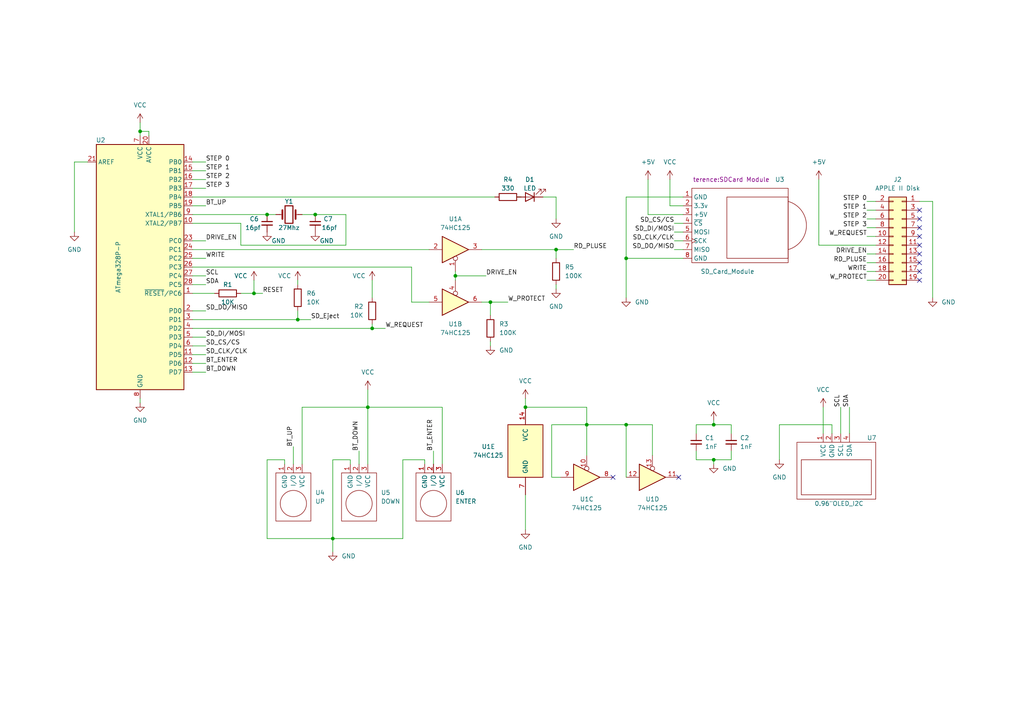
<source format=kicad_sch>
(kicad_sch (version 20211123) (generator eeschema)
  (paper "A4")
  (title_block (title "SDisk2 - Apple II Disk II Emulator") (date "2022-01-27") (rev "Rev 1") (comment 1 "(c) 2022 Terence Ang") (comment 2 "(c) 2012 Victor Trucco, (c) 2012 Fábio Belavenuto, (c) 2015 Alexandre Suaide") (comment 3 "additional authors - ") (comment 4 "Based on original works from (c) 2010 Koichi NISHIDA tulip-house@msf.biglobe.ne.jp"))
  (lib_symbols
    (symbol "74xx_IEEE:74HC125" (pin_names (offset 1.016))
      (property "Reference" "U" (at 0 1.27 0))
      (property "Value" "74HC125" (at 0 -1.27 0))
      (symbol "74HC125_1_0"
        (polyline (pts (xy -3.81 3.81) (xy -3.81 -3.81) (xy 3.81 0) (xy -3.81 3.81)) (stroke (width 0.254)) (fill (type background)))
        (pin input inverted (at 0 -6.35 90) (length 4.445) (name "~") (number "1"))
        (pin input line (at -7.62 0 0) (length 3.81) (name "~") (number "2"))
        (pin tri_state line (at 7.62 0 180) (length 3.81) (name "~") (number "3"))
      )
      (symbol "74HC125_2_0"
        (polyline (pts (xy -3.81 3.81) (xy -3.81 -3.81) (xy 3.81 0) (xy -3.81 3.81)) (stroke (width 0.254)) (fill (type background)))
        (pin input inverted (at 0 -6.35 90) (length 4.445) (name "~") (number "4"))
        (pin input line (at -7.62 0 0) (length 3.81) (name "~") (number "5"))
        (pin tri_state line (at 7.62 0 180) (length 3.81) (name "~") (number "6"))
      )
      (symbol "74HC125_3_0"
        (polyline (pts (xy -3.81 3.81) (xy -3.81 -3.81) (xy 3.81 0) (xy -3.81 3.81)) (stroke (width 0.254)) (fill (type background)))
        (pin input inverted (at 0 -6.35 90) (length 4.445) (name "~") (number "10"))
        (pin tri_state line (at 7.62 0 180) (length 3.81) (name "~") (number "8"))
        (pin input line (at -7.62 0 0) (length 3.81) (name "~") (number "9"))
      )
      (symbol "74HC125_4_0"
        (polyline (pts (xy -3.81 3.81) (xy -3.81 -3.81) (xy 3.81 0) (xy -3.81 3.81)) (stroke (width 0.254)) (fill (type background)))
        (pin tri_state line (at 7.62 0 180) (length 3.81) (name "~") (number "11"))
        (pin input line (at -7.62 0 0) (length 3.81) (name "~") (number "12"))
        (pin input inverted (at 0 -6.35 90) (length 4.445) (name "~") (number "13"))
      )
      (symbol "74HC125_5_0"
        (pin power_in line (at 0 12.7 270) (length 5.08) (name "VCC") (number "14"))
        (pin power_in line (at 0 -12.7 90) (length 5.08) (name "GND") (number "7"))
      )
      (symbol "74HC125_5_1"
        (rectangle (start -5.08 7.62) (end 5.08 -7.62) (stroke (width 0.254)) (fill (type background)))
      )
    )
    (symbol "Connector_Generic:Conn_02x10_Odd_Even" (pin_names (offset 1.016) hide)
      (property "Reference" "J" (at 1.27 12.7 0))
      (property "Value" "Conn_02x10_Odd_Even" (at 1.27 -15.24 0))
      (symbol "Conn_02x10_Odd_Even_1_1"
        (rectangle (start -1.27 -12.573) (end 0 -12.827) (stroke (width 0.1524)))
        (rectangle (start -1.27 -10.033) (end 0 -10.287) (stroke (width 0.1524)))
        (rectangle (start -1.27 -7.493) (end 0 -7.747) (stroke (width 0.1524)))
        (rectangle (start -1.27 -4.953) (end 0 -5.207) (stroke (width 0.1524)))
        (rectangle (start -1.27 -2.413) (end 0 -2.667) (stroke (width 0.1524)))
        (rectangle (start -1.27 0.127) (end 0 -0.127) (stroke (width 0.1524)))
        (rectangle (start -1.27 2.667) (end 0 2.413) (stroke (width 0.1524)))
        (rectangle (start -1.27 5.207) (end 0 4.953) (stroke (width 0.1524)))
        (rectangle (start -1.27 7.747) (end 0 7.493) (stroke (width 0.1524)))
        (rectangle (start -1.27 10.287) (end 0 10.033) (stroke (width 0.1524)))
        (rectangle (start -1.27 11.43) (end 3.81 -13.97) (stroke (width 0.254)) (fill (type background)))
        (rectangle (start 3.81 -12.573) (end 2.54 -12.827) (stroke (width 0.1524)))
        (rectangle (start 3.81 -10.033) (end 2.54 -10.287) (stroke (width 0.1524)))
        (rectangle (start 3.81 -7.493) (end 2.54 -7.747) (stroke (width 0.1524)))
        (rectangle (start 3.81 -4.953) (end 2.54 -5.207) (stroke (width 0.1524)))
        (rectangle (start 3.81 -2.413) (end 2.54 -2.667) (stroke (width 0.1524)))
        (rectangle (start 3.81 0.127) (end 2.54 -0.127) (stroke (width 0.1524)))
        (rectangle (start 3.81 2.667) (end 2.54 2.413) (stroke (width 0.1524)))
        (rectangle (start 3.81 5.207) (end 2.54 4.953) (stroke (width 0.1524)))
        (rectangle (start 3.81 7.747) (end 2.54 7.493) (stroke (width 0.1524)))
        (rectangle (start 3.81 10.287) (end 2.54 10.033) (stroke (width 0.1524)))
        (pin passive line (at -5.08 10.16 0) (length 3.81) (name "Pin_1") (number "1"))
        (pin passive line (at 7.62 0 180) (length 3.81) (name "Pin_10") (number "10"))
        (pin passive line (at -5.08 -2.54 0) (length 3.81) (name "Pin_11") (number "11"))
        (pin passive line (at 7.62 -2.54 180) (length 3.81) (name "Pin_12") (number "12"))
        (pin passive line (at -5.08 -5.08 0) (length 3.81) (name "Pin_13") (number "13"))
        (pin passive line (at 7.62 -5.08 180) (length 3.81) (name "Pin_14") (number "14"))
        (pin passive line (at -5.08 -7.62 0) (length 3.81) (name "Pin_15") (number "15"))
        (pin passive line (at 7.62 -7.62 180) (length 3.81) (name "Pin_16") (number "16"))
        (pin passive line (at -5.08 -10.16 0) (length 3.81) (name "Pin_17") (number "17"))
        (pin passive line (at 7.62 -10.16 180) (length 3.81) (name "Pin_18") (number "18"))
        (pin passive line (at -5.08 -12.7 0) (length 3.81) (name "Pin_19") (number "19"))
        (pin passive line (at 7.62 10.16 180) (length 3.81) (name "Pin_2") (number "2"))
        (pin passive line (at 7.62 -12.7 180) (length 3.81) (name "Pin_20") (number "20"))
        (pin passive line (at -5.08 7.62 0) (length 3.81) (name "Pin_3") (number "3"))
        (pin passive line (at 7.62 7.62 180) (length 3.81) (name "Pin_4") (number "4"))
        (pin passive line (at -5.08 5.08 0) (length 3.81) (name "Pin_5") (number "5"))
        (pin passive line (at 7.62 5.08 180) (length 3.81) (name "Pin_6") (number "6"))
        (pin passive line (at -5.08 2.54 0) (length 3.81) (name "Pin_7") (number "7"))
        (pin passive line (at 7.62 2.54 180) (length 3.81) (name "Pin_8") (number "8"))
        (pin passive line (at -5.08 0 0) (length 3.81) (name "Pin_9") (number "9"))
      )
    )
    (symbol "Device:C_Small" (pin_numbers hide) (pin_names (offset 0.254) hide)
      (property "Reference" "C" (at 0.254 1.778 0))
      (property "Value" "C_Small" (at 0.254 -2.032 0))
      (symbol "C_Small_0_1"
        (polyline (pts (xy -1.524 -0.508) (xy 1.524 -0.508)) (stroke (width 0.3302)))
        (polyline (pts (xy -1.524 0.508) (xy 1.524 0.508)) (stroke (width 0.3048)))
      )
      (symbol "C_Small_1_1"
        (pin passive line (at 0 2.54 270) (length 2.032) (name "~") (number "1"))
        (pin passive line (at 0 -2.54 90) (length 2.032) (name "~") (number "2"))
      )
    )
    (symbol "Device:Crystal" (pin_numbers hide) (pin_names (offset 1.016) hide)
      (property "Reference" "Y" (at 0 3.81 0))
      (property "Value" "Crystal" (at 0 -3.81 0))
      (symbol "Crystal_0_1"
        (rectangle (start -1.143 2.54) (end 1.143 -2.54) (stroke (width 0.3048)))
        (polyline (pts (xy -2.54 0) (xy -1.905 0)))
        (polyline (pts (xy -1.905 -1.27) (xy -1.905 1.27)) (stroke (width 0.508)))
        (polyline (pts (xy 1.905 -1.27) (xy 1.905 1.27)) (stroke (width 0.508)))
        (polyline (pts (xy 2.54 0) (xy 1.905 0)))
      )
      (symbol "Crystal_1_1"
        (pin passive line (at -3.81 0 0) (length 1.27) (name "1") (number "1"))
        (pin passive line (at 3.81 0 180) (length 1.27) (name "2") (number "2"))
      )
    )
    (symbol "Device:LED" (pin_numbers hide) (pin_names (offset 1.016) hide)
      (property "Reference" "D" (at 0 2.54 0))
      (property "Value" "LED" (at 0 -2.54 0))
      (symbol "LED_0_1"
        (polyline (pts (xy -1.27 -1.27) (xy -1.27 1.27)) (stroke (width 0.254)))
        (polyline (pts (xy -1.27 0) (xy 1.27 0)))
        (polyline (pts (xy 1.27 -1.27) (xy 1.27 1.27) (xy -1.27 0) (xy 1.27 -1.27)) (stroke (width 0.254)))
        (polyline (pts (xy -3.048 -0.762) (xy -4.572 -2.286) (xy -3.81 -2.286) (xy -4.572 -2.286) (xy -4.572 -1.524)))
        (polyline (pts (xy -1.778 -0.762) (xy -3.302 -2.286) (xy -2.54 -2.286) (xy -3.302 -2.286) (xy -3.302 -1.524)))
      )
      (symbol "LED_1_1"
        (pin passive line (at -3.81 0 0) (length 2.54) (name "K") (number "1"))
        (pin passive line (at 3.81 0 180) (length 2.54) (name "A") (number "2"))
      )
    )
    (symbol "Device:R" (pin_numbers hide) (pin_names (offset 0))
      (property "Reference" "R" (at 2.032 0 90))
      (property "Value" "R" (at 0 0 90))
      (symbol "R_0_1"
        (rectangle (start -1.016 -2.54) (end 1.016 2.54) (stroke (width 0.254)))
      )
      (symbol "R_1_1"
        (pin passive line (at 0 3.81 270) (length 1.27) (name "~") (number "1"))
        (pin passive line (at 0 -3.81 90) (length 1.27) (name "~") (number "2"))
      )
    )
    (symbol "MCU_Microchip_ATmega:ATmega328-P"
      (property "Reference" "U" (at -12.7 36.83 0))
      (property "Value" "ATmega328-P" (at 2.54 -36.83 0))
      (symbol "ATmega328-P_0_1"
        (rectangle (start -12.7 -35.56) (end 12.7 35.56) (stroke (width 0.254)) (fill (type background)))
      )
      (symbol "ATmega328-P_1_1"
        (pin bidirectional line (at 15.24 -7.62 180) (length 2.54) (name "~{RESET}/PC6") (number "1"))
        (pin bidirectional line (at 15.24 12.7 180) (length 2.54) (name "XTAL2/PB7") (number "10"))
        (pin bidirectional line (at 15.24 -25.4 180) (length 2.54) (name "PD5") (number "11"))
        (pin bidirectional line (at 15.24 -27.94 180) (length 2.54) (name "PD6") (number "12"))
        (pin bidirectional line (at 15.24 -30.48 180) (length 2.54) (name "PD7") (number "13"))
        (pin bidirectional line (at 15.24 30.48 180) (length 2.54) (name "PB0") (number "14"))
        (pin bidirectional line (at 15.24 27.94 180) (length 2.54) (name "PB1") (number "15"))
        (pin bidirectional line (at 15.24 25.4 180) (length 2.54) (name "PB2") (number "16"))
        (pin bidirectional line (at 15.24 22.86 180) (length 2.54) (name "PB3") (number "17"))
        (pin bidirectional line (at 15.24 20.32 180) (length 2.54) (name "PB4") (number "18"))
        (pin bidirectional line (at 15.24 17.78 180) (length 2.54) (name "PB5") (number "19"))
        (pin bidirectional line (at 15.24 -12.7 180) (length 2.54) (name "PD0") (number "2"))
        (pin power_in line (at 2.54 38.1 270) (length 2.54) (name "AVCC") (number "20"))
        (pin passive line (at -15.24 30.48 0) (length 2.54) (name "AREF") (number "21"))
        (pin passive line (at 0 -38.1 90) (length 2.54) hide (name "GND") (number "22"))
        (pin bidirectional line (at 15.24 7.62 180) (length 2.54) (name "PC0") (number "23"))
        (pin bidirectional line (at 15.24 5.08 180) (length 2.54) (name "PC1") (number "24"))
        (pin bidirectional line (at 15.24 2.54 180) (length 2.54) (name "PC2") (number "25"))
        (pin bidirectional line (at 15.24 0 180) (length 2.54) (name "PC3") (number "26"))
        (pin bidirectional line (at 15.24 -2.54 180) (length 2.54) (name "PC4") (number "27"))
        (pin bidirectional line (at 15.24 -5.08 180) (length 2.54) (name "PC5") (number "28"))
        (pin bidirectional line (at 15.24 -15.24 180) (length 2.54) (name "PD1") (number "3"))
        (pin bidirectional line (at 15.24 -17.78 180) (length 2.54) (name "PD2") (number "4"))
        (pin bidirectional line (at 15.24 -20.32 180) (length 2.54) (name "PD3") (number "5"))
        (pin bidirectional line (at 15.24 -22.86 180) (length 2.54) (name "PD4") (number "6"))
        (pin power_in line (at 0 38.1 270) (length 2.54) (name "VCC") (number "7"))
        (pin power_in line (at 0 -38.1 90) (length 2.54) (name "GND") (number "8"))
        (pin bidirectional line (at 15.24 15.24 180) (length 2.54) (name "XTAL1/PB6") (number "9"))
      )
    )
    (symbol "TP223_1"
      (property "Reference" "U?" (at 6.35 -6.9849 0))
      (property "Value" "TP223_1" (at 6.35 -9.5249 0))
      (symbol "TP223_1_0_1"
        (rectangle (start -5.08 -1.27) (end 5.08 -15.24))
        (circle (center 0 -10.16) (radius 3.81))
      )
      (symbol "TP223_1_1_1"
        (pin power_in line (at -2.54 1.27 270) (length 2.54) (name "GND") (number "1"))
        (pin output line (at 0 1.27 270) (length 2.54) (name "I/O") (number "2"))
        (pin output line (at 2.54 1.27 270) (length 2.54) (name "VCC") (number "3"))
      )
    )
    (symbol "TP223_2"
      (property "Reference" "U?" (at 6.35 -6.9849 0))
      (property "Value" "TP223_2" (at 6.35 -9.5249 0))
      (symbol "TP223_2_0_1"
        (rectangle (start -5.08 -1.27) (end 5.08 -15.24))
        (circle (center 0 -10.16) (radius 3.81))
      )
      (symbol "TP223_2_1_1"
        (pin power_in line (at -2.54 1.27 270) (length 2.54) (name "GND") (number "1"))
        (pin output line (at 0 1.27 270) (length 2.54) (name "I/O") (number "2"))
        (pin output line (at 2.54 1.27 270) (length 2.54) (name "VCC") (number "3"))
      )
    )
    (symbol "power:+5V" (power) (pin_names (offset 0))
      (property "Value" "+5V" (at 0 3.556 0))
      (symbol "+5V_0_1"
        (polyline (pts (xy -0.762 1.27) (xy 0 2.54)))
        (polyline (pts (xy 0 0) (xy 0 2.54)))
        (polyline (pts (xy 0 2.54) (xy 0.762 1.27)))
      )
      (symbol "+5V_1_1"
        (pin power_in line (at 0 0 90) (length 0) hide (name "+5V") (number "1"))
      )
    )
    (symbol "power:GND" (power) (pin_names (offset 0))
      (property "Value" "GND" (at 0 -3.81 0))
      (symbol "GND_0_1"
        (polyline (pts (xy 0 0) (xy 0 -1.27) (xy 1.27 -1.27) (xy 0 -2.54) (xy -1.27 -1.27) (xy 0 -1.27)))
      )
      (symbol "GND_1_1"
        (pin power_in line (at 0 0 270) (length 0) hide (name "GND") (number "1"))
      )
    )
    (symbol "power:VCC" (power) (pin_names (offset 0))
      (property "Value" "VCC" (at 0 3.81 0))
      (symbol "VCC_0_1"
        (polyline (pts (xy -0.762 1.27) (xy 0 2.54)))
        (polyline (pts (xy 0 0) (xy 0 2.54)))
        (polyline (pts (xy 0 2.54) (xy 0.762 1.27)))
      )
      (symbol "VCC_1_1"
        (pin power_in line (at 0 0 90) (length 0) hide (name "VCC") (number "1"))
      )
    )
    (symbol "terence:0.96{dblquote}OLED_I2C"
      (property "Reference" "U" (at 1.27 1.27 0))
      (property "Value" "0.96{dblquote}OLED_I2C" (at 11.43 -19.05 0))
      (symbol "0.96{dblquote}OLED_I2C_0_1"
        (rectangle (start 0 0) (end 22.86 -16.51))
        (rectangle (start 1.27 -5.08) (end 21.59 -15.24))
      )
      (symbol "0.96{dblquote}OLED_I2C_1_1"
        (pin power_in line (at 7.62 2.54 270) (length 2.54) (name "VCC") (number "1"))
        (pin power_in line (at 10.16 2.54 270) (length 2.54) (name "GND") (number "2"))
        (pin power_in line (at 12.7 2.54 270) (length 2.54) (name "SCL") (number "3"))
        (pin power_in line (at 15.24 2.54 270) (length 2.54) (name "SDA") (number "4"))
      )
    )
    (symbol "terence:SD_Card_Module"
      (property "Reference" "U" (at -10.16 -1.27 0))
      (property "Value" "SD_Card_Module" (at 3.81 -1.27 0))
      (symbol "SD_Card_Module_0_1"
        (rectangle (start -11.43 -2.54) (end 16.51 -24.13))
        (rectangle (start -1.27 -5.08) (end 16.51 -22.86))
        (arc (start 16.51 -20.32) (mid 25.7169 -13.335) (end 16.51 -6.35))
      )
      (symbol "SD_Card_Module_1_1"
        (pin power_in line (at -13.97 -5.08 0) (length 2.54) (name "GND") (number "1"))
        (pin power_in line (at -13.97 -7.62 0) (length 2.54) (name "3.3v") (number "2"))
        (pin power_in line (at -13.97 -10.16 0) (length 2.54) (name "+5V") (number "3"))
        (pin input line (at -13.97 -12.7 0) (length 2.54) (name "~{CS}") (number "4"))
        (pin output line (at -13.97 -15.24 0) (length 2.54) (name "MOSI") (number "5"))
        (pin input clock (at -13.97 -17.78 0) (length 2.54) (name "SCK") (number "6"))
        (pin input line (at -13.97 -20.32 0) (length 2.54) (name "MISO") (number "7"))
        (pin power_in line (at -13.97 -22.86 0) (length 2.54) (name "GND") (number "8"))
      )
    )
    (symbol "terence:TP223"
      (property "Reference" "U?" (at 6.35 -6.9849 0))
      (property "Value" "TP223" (at 6.35 -9.5249 0))
      (symbol "TP223_0_1"
        (rectangle (start -5.08 -1.27) (end 5.08 -15.24))
        (circle (center 0 -10.16) (radius 3.81))
      )
      (symbol "TP223_1_1"
        (pin power_in line (at -2.54 1.27 270) (length 2.54) (name "GND") (number "1"))
        (pin output line (at 0 1.27 270) (length 2.54) (name "I/O") (number "2"))
        (pin output line (at 2.54 1.27 270) (length 2.54) (name "VCC") (number "3"))
      )
    )
  )
  (junction (at 132.08 80.01))
  (junction (at 181.61 74.93))
  (junction (at 170.18 123.19))
  (junction (at 152.4 118.11))
  (junction (at 86.36 92.71))
  (junction (at 181.61 123.19))
  (junction (at 207.01 123.19))
  (junction (at 107.95 95.25))
  (junction (at 106.68 118.11))
  (junction (at 77.47 62.23))
  (junction (at 96.52 156.21))
  (junction (at 40.64 38.1))
  (junction (at 91.44 62.23))
  (junction (at 142.24 87.63))
  (junction (at 161.29 72.39))
  (junction (at 207.01 133.35))
  (junction (at 73.66 85.09))
  (no_connect (at 177.8 138.43))
  (no_connect (at 196.85 138.43))
  (no_connect (at 266.7 73.66))
  (no_connect (at 266.7 76.2))
  (no_connect (at 266.7 78.74))
  (no_connect (at 266.7 81.28))
  (no_connect (at 266.7 60.96))
  (no_connect (at 266.7 68.58))
  (no_connect (at 266.7 71.12))
  (no_connect (at 266.7 66.04))
  (no_connect (at 266.7 63.5))
  (wire (pts (xy 55.88 95.25) (xy 107.95 95.25)))
  (wire (pts (xy 201.93 123.19) (xy 201.93 125.73)))
  (wire (pts (xy 82.55 133.35) (xy 77.47 133.35)))
  (wire (pts (xy 181.61 74.93) (xy 181.61 86.36)))
  (wire (pts (xy 55.88 107.95) (xy 59.69 107.95)))
  (wire (pts (xy 226.06 123.19) (xy 226.06 133.35)))
  (wire (pts (xy 55.88 85.09) (xy 62.23 85.09)))
  (wire (pts (xy 116.84 156.21) (xy 96.52 156.21)))
  (wire (pts (xy 251.46 66.04) (xy 254 66.04)))
  (wire (pts (xy 170.18 118.11) (xy 152.4 118.11)))
  (wire (pts (xy 195.58 72.39) (xy 198.12 72.39)))
  (wire (pts (xy 237.49 71.12) (xy 254 71.12)))
  (wire (pts (xy 69.85 64.77) (xy 69.85 71.12)))
  (wire (pts (xy 21.59 46.99) (xy 25.4 46.99)))
  (wire (pts (xy 86.36 92.71) (xy 90.17 92.71)))
  (wire (pts (xy 100.33 71.12) (xy 100.33 62.23)))
  (wire (pts (xy 152.4 115.57) (xy 152.4 118.11)))
  (wire (pts (xy 198.12 74.93) (xy 181.61 74.93)))
  (wire (pts (xy 85.09 129.54) (xy 85.09 134.62)))
  (wire (pts (xy 189.23 123.19) (xy 189.23 132.08)))
  (wire (pts (xy 181.61 123.19) (xy 189.23 123.19)))
  (wire (pts (xy 212.09 123.19) (xy 212.09 125.73)))
  (wire (pts (xy 87.63 118.11) (xy 106.68 118.11)))
  (wire (pts (xy 55.88 69.85) (xy 59.69 69.85)))
  (wire (pts (xy 238.76 118.11) (xy 238.76 125.73)))
  (wire (pts (xy 251.46 68.58) (xy 254 68.58)))
  (wire (pts (xy 96.52 133.35) (xy 96.52 156.21)))
  (wire (pts (xy 241.3 123.19) (xy 226.06 123.19)))
  (wire (pts (xy 207.01 123.19) (xy 212.09 123.19)))
  (wire (pts (xy 55.88 57.15) (xy 143.51 57.15)))
  (wire (pts (xy 55.88 102.87) (xy 59.69 102.87)))
  (wire (pts (xy 142.24 99.06) (xy 142.24 100.33)))
  (wire (pts (xy 116.84 133.35) (xy 116.84 156.21)))
  (wire (pts (xy 106.68 134.62) (xy 106.68 118.11)))
  (wire (pts (xy 55.88 62.23) (xy 77.47 62.23)))
  (wire (pts (xy 201.93 130.81) (xy 201.93 133.35)))
  (wire (pts (xy 55.88 100.33) (xy 59.69 100.33)))
  (wire (pts (xy 132.08 78.74) (xy 132.08 80.01)))
  (wire (pts (xy 55.88 80.01) (xy 59.69 80.01)))
  (wire (pts (xy 91.44 62.23) (xy 87.63 62.23)))
  (wire (pts (xy 107.95 93.98) (xy 107.95 95.25)))
  (wire (pts (xy 55.88 52.07) (xy 59.69 52.07)))
  (wire (pts (xy 237.49 52.07) (xy 237.49 71.12)))
  (wire (pts (xy 40.64 35.56) (xy 40.64 38.1)))
  (wire (pts (xy 160.02 138.43) (xy 160.02 123.19)))
  (wire (pts (xy 107.95 81.28) (xy 107.95 86.36)))
  (wire (pts (xy 123.19 133.35) (xy 116.84 133.35)))
  (wire (pts (xy 55.88 97.79) (xy 59.69 97.79)))
  (wire (pts (xy 86.36 90.17) (xy 86.36 92.71)))
  (wire (pts (xy 91.44 62.23) (xy 100.33 62.23)))
  (wire (pts (xy 198.12 57.15) (xy 181.61 57.15)))
  (wire (pts (xy 123.19 134.62) (xy 123.19 133.35)))
  (wire (pts (xy 55.88 105.41) (xy 59.69 105.41)))
  (wire (pts (xy 55.88 46.99) (xy 59.69 46.99)))
  (wire (pts (xy 40.64 115.57) (xy 40.64 116.84)))
  (wire (pts (xy 86.36 81.28) (xy 86.36 82.55)))
  (wire (pts (xy 77.47 62.23) (xy 80.01 62.23)))
  (wire (pts (xy 55.88 77.47) (xy 119.38 77.47)))
  (wire (pts (xy 101.6 133.35) (xy 101.6 134.62)))
  (wire (pts (xy 160.02 123.19) (xy 170.18 123.19)))
  (wire (pts (xy 142.24 87.63) (xy 142.24 91.44)))
  (wire (pts (xy 43.18 38.1) (xy 40.64 38.1)))
  (wire (pts (xy 55.88 92.71) (xy 86.36 92.71)))
  (wire (pts (xy 55.88 54.61) (xy 59.69 54.61)))
  (wire (pts (xy 73.66 81.28) (xy 73.66 85.09)))
  (wire (pts (xy 181.61 57.15) (xy 181.61 74.93)))
  (wire (pts (xy 119.38 87.63) (xy 124.46 87.63)))
  (wire (pts (xy 157.48 57.15) (xy 161.29 57.15)))
  (wire (pts (xy 207.01 121.92) (xy 207.01 123.19)))
  (wire (pts (xy 162.56 138.43) (xy 160.02 138.43)))
  (wire (pts (xy 207.01 133.35) (xy 201.93 133.35)))
  (wire (pts (xy 55.88 49.53) (xy 59.69 49.53)))
  (wire (pts (xy 251.46 58.42) (xy 254 58.42)))
  (wire (pts (xy 132.08 80.01) (xy 140.97 80.01)))
  (wire (pts (xy 170.18 123.19) (xy 170.18 118.11)))
  (wire (pts (xy 55.88 82.55) (xy 59.69 82.55)))
  (wire (pts (xy 151.13 57.15) (xy 149.86 57.15)))
  (wire (pts (xy 212.09 130.81) (xy 212.09 133.35)))
  (wire (pts (xy 270.51 58.42) (xy 270.51 86.36)))
  (wire (pts (xy 246.38 118.11) (xy 246.38 125.73)))
  (wire (pts (xy 195.58 67.31) (xy 198.12 67.31)))
  (wire (pts (xy 40.64 38.1) (xy 40.64 39.37)))
  (wire (pts (xy 82.55 133.35) (xy 82.55 134.62)))
  (wire (pts (xy 195.58 64.77) (xy 198.12 64.77)))
  (wire (pts (xy 73.66 85.09) (xy 76.2 85.09)))
  (wire (pts (xy 187.96 62.23) (xy 198.12 62.23)))
  (wire (pts (xy 119.38 87.63) (xy 119.38 77.47)))
  (wire (pts (xy 187.96 52.07) (xy 187.96 62.23)))
  (wire (pts (xy 251.46 60.96) (xy 254 60.96)))
  (wire (pts (xy 139.7 87.63) (xy 142.24 87.63)))
  (wire (pts (xy 161.29 72.39) (xy 166.37 72.39)))
  (wire (pts (xy 55.88 72.39) (xy 124.46 72.39)))
  (wire (pts (xy 266.7 58.42) (xy 270.51 58.42)))
  (wire (pts (xy 170.18 123.19) (xy 181.61 123.19)))
  (wire (pts (xy 241.3 125.73) (xy 241.3 123.19)))
  (wire (pts (xy 87.63 134.62) (xy 87.63 118.11)))
  (wire (pts (xy 104.14 130.81) (xy 104.14 134.62)))
  (wire (pts (xy 77.47 156.21) (xy 96.52 156.21)))
  (wire (pts (xy 207.01 133.35) (xy 207.01 134.62)))
  (wire (pts (xy 161.29 82.55) (xy 161.29 83.82)))
  (wire (pts (xy 101.6 133.35) (xy 96.52 133.35)))
  (wire (pts (xy 251.46 76.2) (xy 254 76.2)))
  (wire (pts (xy 142.24 87.63) (xy 147.32 87.63)))
  (wire (pts (xy 161.29 72.39) (xy 161.29 74.93)))
  (wire (pts (xy 55.88 59.69) (xy 59.69 59.69)))
  (wire (pts (xy 251.46 81.28) (xy 254 81.28)))
  (wire (pts (xy 43.18 39.37) (xy 43.18 38.1)))
  (wire (pts (xy 243.84 118.11) (xy 243.84 125.73)))
  (wire (pts (xy 128.27 134.62) (xy 128.27 118.11)))
  (wire (pts (xy 69.85 71.12) (xy 100.33 71.12)))
  (wire (pts (xy 161.29 57.15) (xy 161.29 63.5)))
  (wire (pts (xy 96.52 156.21) (xy 96.52 160.02)))
  (wire (pts (xy 106.68 118.11) (xy 106.68 113.03)))
  (wire (pts (xy 181.61 138.43) (xy 181.61 123.19)))
  (wire (pts (xy 77.47 133.35) (xy 77.47 156.21)))
  (wire (pts (xy 107.95 95.25) (xy 111.76 95.25)))
  (wire (pts (xy 194.31 52.07) (xy 194.31 59.69)))
  (wire (pts (xy 207.01 133.35) (xy 212.09 133.35)))
  (wire (pts (xy 69.85 85.09) (xy 73.66 85.09)))
  (wire (pts (xy 201.93 123.19) (xy 207.01 123.19)))
  (wire (pts (xy 55.88 74.93) (xy 59.69 74.93)))
  (wire (pts (xy 170.18 123.19) (xy 170.18 132.08)))
  (wire (pts (xy 152.4 143.51) (xy 152.4 153.67)))
  (wire (pts (xy 125.73 130.81) (xy 125.73 134.62)))
  (wire (pts (xy 251.46 73.66) (xy 254 73.66)))
  (wire (pts (xy 106.68 118.11) (xy 128.27 118.11)))
  (wire (pts (xy 251.46 78.74) (xy 254 78.74)))
  (wire (pts (xy 194.31 59.69) (xy 198.12 59.69)))
  (wire (pts (xy 55.88 90.17) (xy 59.69 90.17)))
  (wire (pts (xy 195.58 69.85) (xy 198.12 69.85)))
  (wire (pts (xy 21.59 67.31) (xy 21.59 46.99)))
  (wire (pts (xy 132.08 80.01) (xy 132.08 81.28)))
  (wire (pts (xy 251.46 63.5) (xy 254 63.5)))
  (wire (pts (xy 139.7 72.39) (xy 161.29 72.39)))
  (wire (pts (xy 55.88 64.77) (xy 69.85 64.77)))
  (label "SD_DO{slash}MISO" (at 195.58 72.39 180))
  (label "RD_PLUSE" (at 166.37 72.39 0))
  (label "SDA" (at 59.69 82.55 0))
  (label "DRIVE_EN" (at 59.69 69.85 0))
  (label "BT_DOWN" (at 59.69 107.95 0))
  (label "DRIVE_EN" (at 140.97 80.01 0))
  (label "SDA" (at 246.38 118.11 90))
  (label "STEP 1" (at 59.69 49.53 0))
  (label "RD_PLUSE" (at 251.46 76.2 180))
  (label "STEP 0" (at 59.69 46.99 0))
  (label "STEP 3" (at 251.46 66.04 180))
  (label "SCL" (at 243.84 118.11 90))
  (label "BT_ENTER" (at 59.69 105.41 0))
  (label "SD_DO{slash}MISO" (at 59.69 90.17 0))
  (label "STEP 2" (at 59.69 52.07 0))
  (label "BT_UP" (at 59.69 59.69 0))
  (label "DRIVE_EN" (at 251.46 73.66 180))
  (label "SCL" (at 59.69 80.01 0))
  (label "WRITE" (at 59.69 74.93 0))
  (label "SD_CS{slash}CS" (at 59.69 100.33 0))
  (label "STEP 1" (at 251.46 60.96 180))
  (label "SD_CS{slash}CS" (at 195.58 64.77 180))
  (label "SD_Eject" (at 90.17 92.71 0))
  (label "SD_DI{slash}MOSI" (at 59.69 97.79 0))
  (label "BT_ENTER" (at 125.73 130.81 90))
  (label "W_PROTECT" (at 251.46 81.28 180))
  (label "BT_DOWN" (at 104.14 130.81 90))
  (label "W_PROTECT" (at 147.32 87.63 0))
  (label "W_REQUEST" (at 251.46 68.58 180))
  (label "SD_DI{slash}MOSI" (at 195.58 67.31 180))
  (label "STEP 0" (at 251.46 58.42 180))
  (label "WRITE" (at 251.46 78.74 180))
  (label "SD_CLK{slash}CLK" (at 59.69 102.87 0))
  (label "STEP 3" (at 59.69 54.61 0))
  (label "STEP 2" (at 251.46 63.5 180))
  (label "RESET" (at 76.2 85.09 0))
  (label "SD_CLK{slash}CLK" (at 195.58 69.85 180))
  (label "BT_UP" (at 85.09 129.54 90))
  (label "W_REQUEST" (at 111.76 95.25 0))
  (symbol (lib_id "Device:C_Small") (at 201.93 128.27 0) (unit 1)
    (property "Reference" "C1" (at 204.47 127 0) (effects (justify left)))
    (property "Value" "1nF" (at 204.47 129.54 0) (effects (justify left)))
    (property "Footprint" "Capacitor_SMD:C_0805_2012Metric" (effects hide))
  )
  (symbol (lib_id "power:GND") (at 91.44 67.31 0) (unit 1)
    (property "Reference" "#PWR0102" (effects hide))
    (property "Value" "GND" (at 92.71 69.85 0) (effects (justify left)))
  )
  (symbol (lib_id "Device:R") (at 147.32 57.15 90) (unit 1)
    (property "Reference" "R4" (at 147.32 52.07 90))
    (property "Value" "330" (at 147.32 54.61 90))
    (property "Footprint" "Resistor_SMD:R_0805_2012Metric" (effects hide))
  )
  (symbol (lib_id "power:VCC") (at 152.4 115.57 0) (unit 1)
    (property "Reference" "#PWR02" (effects hide))
    (property "Value" "VCC" (at 152.4 110.49 0))
  )
  (symbol (lib_id "terence:SD_Card_Module") (at 212.09 52.07 0) (unit 1)
    (property "Reference" "U3" (at 224.79 52.07 0) (effects (justify left)))
    (property "Value" "SD_Card_Module" (at 203.2 78.74 0) (effects (justify left)))
    (property "Footprint" "terence:SDCard Module" (at 212.09 52.07 0))
  )
  (symbol (lib_id "Device:R") (at 142.24 95.25 0) (unit 1)
    (property "Reference" "R3" (at 144.78 93.9799 0) (effects (justify left)))
    (property "Value" "100K" (at 144.78 96.5199 0) (effects (justify left)))
    (property "Footprint" "Resistor_SMD:R_0805_2012Metric" (effects hide))
  )
  (symbol (lib_id "power:+5V") (at 237.49 52.07 0) (unit 1)
    (property "Reference" "#PWR?" (effects hide))
    (property "Value" "+5V" (at 237.49 46.99 0))
  )
  (symbol (lib_id "power:GND") (at 161.29 83.82 0) (unit 1)
    (property "Reference" "#PWR011" (effects hide))
    (property "Value" "GND" (at 161.29 88.9 0))
  )
  (symbol (lib_id "Device:C_Small") (at 77.47 64.77 0) (unit 1)
    (property "Reference" "C6" (at 72.39 63.5 0) (effects (justify left)))
    (property "Value" "16pf" (at 71.12 66.04 0) (effects (justify left)))
    (property "Footprint" "Capacitor_SMD:C_0805_2012Metric" (effects hide))
  )
  (symbol (lib_id "power:GND") (at 207.01 134.62 0) (unit 1)
    (property "Reference" "#PWR08" (effects hide))
    (property "Value" "GND" (at 209.55 135.8899 0) (effects (justify left)))
  )
  (symbol (lib_id "power:VCC") (at 194.31 52.07 0) (unit 1)
    (property "Reference" "#PWR0105" (effects hide))
    (property "Value" "VCC" (at 194.31 46.99 0))
  )
  (symbol (lib_name "TP223_1") (lib_id "terence:TP223") (at 104.14 135.89 0) (unit 1)
    (property "Reference" "U5" (at 110.49 142.8749 0) (effects (justify left)))
    (property "Value" "DOWN" (at 110.49 145.4149 0) (effects (justify left)))
    (property "Footprint" "terence:TP223" (effects hide))
  )
  (symbol (lib_id "power:VCC") (at 40.64 35.56 0) (unit 1)
    (property "Reference" "#PWR04" (effects hide))
    (property "Value" "VCC" (at 40.64 30.48 0))
  )
  (symbol (lib_id "power:GND") (at 40.64 116.84 0) (unit 1)
    (property "Reference" "#PWR05" (effects hide))
    (property "Value" "GND" (at 40.64 121.92 0))
  )
  (symbol (lib_id "power:GND") (at 77.47 67.31 0) (unit 1)
    (property "Reference" "#PWR0101" (effects hide))
    (property "Value" "GND" (at 78.74 69.85 0) (effects (justify left)))
  )
  (symbol (lib_id "74xx_IEEE:74HC125") (at 152.4 130.81 0) (unit 5)
    (property "Reference" "U1" (at 139.7 129.54 0) (effects (justify left)))
    (property "Value" "74HC125" (at 137.16 132.08 0) (effects (justify left)))
    (property "Footprint" "Package_DIP:DIP-14_W7.62mm" (effects hide))
    (property "Datasheet" "http://www.ti.com/lit/gpn/sn74LS125" (effects hide))
  )
  (symbol (lib_id "terence:TP223") (at 85.09 135.89 0) (unit 1)
    (property "Reference" "U4" (at 91.44 142.8749 0) (effects (justify left)))
    (property "Value" "UP" (at 91.44 145.4149 0) (effects (justify left)))
    (property "Footprint" "terence:TP223" (effects hide))
  )
  (symbol (lib_id "power:GND") (at 226.06 133.35 0) (unit 1)
    (property "Reference" "#PWR0109" (effects hide))
    (property "Value" "GND" (at 226.06 138.43 0))
  )
  (symbol (lib_id "power:GND") (at 142.24 100.33 0) (unit 1)
    (property "Reference" "#PWR09" (effects hide))
    (property "Value" "GND" (at 144.78 101.5999 0) (effects (justify left)))
  )
  (symbol (lib_id "Device:C_Small") (at 91.44 64.77 0) (mirror y) (unit 1)
    (property "Reference" "C7" (at 96.52 63.5 0) (effects (justify left)))
    (property "Value" "16pf" (at 97.79 66.04 0) (effects (justify left)))
    (property "Footprint" "Capacitor_SMD:C_0805_2012Metric" (effects hide))
  )
  (symbol (lib_id "power:GND") (at 96.52 160.02 0) (unit 1)
    (property "Reference" "#PWR0107" (effects hide))
    (property "Value" "GND" (at 99.06 161.2899 0) (effects (justify left)))
  )
  (symbol (lib_id "power:+5V") (at 187.96 52.07 0) (unit 1)
    (property "Reference" "#PWR?" (effects hide))
    (property "Value" "+5V" (at 187.96 46.99 0))
  )
  (symbol (lib_id "MCU_Microchip_ATmega:ATmega328-P") (at 40.64 77.47 0) (unit 1)
    (property "Reference" "U2" (at 29.21 40.64 0))
    (property "Value" "ATmega328P-P" (at 34.29 77.47 90))
    (property "Footprint" "Package_DIP:DIP-28_W7.62mm" (effects hide))
    (property "Datasheet" "http://ww1.microchip.com/downloads/en/DeviceDoc/ATmega328_P%20AVR%20MCU%20with%20picoPower%20Technology%20Data%20Sheet%2040001984A.pdf" (effects hide))
  )
  (symbol (lib_id "Device:R") (at 161.29 78.74 0) (unit 1)
    (property "Reference" "R5" (at 163.83 77.4699 0) (effects (justify left)))
    (property "Value" "100K" (at 163.83 80.0099 0) (effects (justify left)))
    (property "Footprint" "Resistor_SMD:R_0805_2012Metric" (effects hide))
  )
  (symbol (lib_id "74xx_IEEE:74HC125") (at 132.08 87.63 0) (mirror x) (unit 2)
    (property "Reference" "U1" (at 132.08 93.98 0))
    (property "Value" "74HC125" (at 132.08 96.52 0))
    (property "Footprint" "Package_DIP:DIP-14_W7.62mm" (effects hide))
    (property "Datasheet" "http://www.ti.com/lit/gpn/sn74LS125" (effects hide))
  )
  (symbol (lib_id "power:GND") (at 181.61 86.36 0) (unit 1)
    (property "Reference" "#PWR019" (effects hide))
    (property "Value" "GND" (at 184.15 87.6299 0) (effects (justify left)))
  )
  (symbol (lib_id "power:GND") (at 152.4 153.67 0) (unit 1)
    (property "Reference" "#PWR03" (effects hide))
    (property "Value" "GND" (at 152.4 158.75 0))
  )
  (symbol (lib_id "power:VCC") (at 106.68 113.03 0) (unit 1)
    (property "Reference" "#PWR0106" (effects hide))
    (property "Value" "VCC" (at 106.68 107.95 0))
  )
  (symbol (lib_id "power:VCC") (at 73.66 81.28 0) (mirror y) (unit 1)
    (property "Reference" "#PWR0103" (effects hide))
    (property "Value" "VCC" (at 69.85 80.01 0))
  )
  (symbol (lib_id "power:GND") (at 270.51 86.36 0) (unit 1)
    (property "Reference" "#PWR026" (effects hide))
    (property "Value" "GND" (at 273.05 87.6299 0) (effects (justify left)))
  )
  (symbol (lib_id "Device:Crystal") (at 83.82 62.23 0) (unit 1)
    (property "Reference" "Y1" (at 83.82 58.42 0))
    (property "Value" "27Mhz" (at 83.82 66.04 0))
    (property "Footprint" "Crystal:Crystal_HC49-U_Vertical" (effects hide))
  )
  (symbol (lib_id "74xx_IEEE:74HC125") (at 132.08 72.39 0) (unit 1)
    (property "Reference" "U1" (at 132.08 63.5 0))
    (property "Value" "74HC125" (at 132.08 66.04 0))
    (property "Footprint" "Package_DIP:DIP-14_W7.62mm" (effects hide))
    (property "Datasheet" "http://www.ti.com/lit/gpn/sn74LS125" (effects hide))
  )
  (symbol (lib_id "Device:R") (at 107.95 90.17 0) (mirror y) (unit 1)
    (property "Reference" "R2" (at 105.41 88.8999 0) (effects (justify left)))
    (property "Value" "10K" (at 105.41 91.4399 0) (effects (justify left)))
    (property "Footprint" "Resistor_SMD:R_0805_2012Metric" (effects hide))
  )
  (symbol (lib_id "power:VCC") (at 107.95 81.28 0) (mirror y) (unit 1)
    (property "Reference" "#PWR06" (effects hide))
    (property "Value" "VCC" (at 104.14 80.01 0))
  )
  (symbol (lib_id "power:VCC") (at 238.76 118.11 0) (unit 1)
    (property "Reference" "#PWR0108" (effects hide))
    (property "Value" "VCC" (at 238.76 113.03 0))
  )
  (symbol (lib_id "power:GND") (at 21.59 67.31 0) (unit 1)
    (property "Reference" "#PWR?" (effects hide))
    (property "Value" "GND" (at 21.59 72.39 0))
  )
  (symbol (lib_id "Connector_Generic:Conn_02x10_Odd_Even") (at 261.62 68.58 0) (mirror y) (unit 1)
    (property "Reference" "J2" (at 260.35 52.07 0))
    (property "Value" "APPLE II Disk" (at 260.35 54.61 0))
    (property "Footprint" "Connector_IDC:IDC-Header_2x10_P2.54mm_Vertical" (effects hide))
  )
  (symbol (lib_id "power:GND") (at 161.29 63.5 0) (unit 1)
    (property "Reference" "#PWR010" (effects hide))
    (property "Value" "GND" (at 161.29 68.58 0))
  )
  (symbol (lib_id "Device:LED") (at 153.67 57.15 180) (unit 1)
    (property "Reference" "D1" (at 153.67 52.07 0))
    (property "Value" "LED" (at 153.67 54.61 0))
    (property "Footprint" "LED_SMD:LED_0805_2012Metric" (effects hide))
  )
  (symbol (lib_id "terence:0.96{dblquote}OLED_I2C") (at 231.14 128.27 0) (unit 1)
    (property "Reference" "U7" (at 251.46 127 0) (effects (justify left)))
    (property "Value" "0.96\"OLED_I2C" (at 236.22 146.05 0) (effects (justify left)))
    (property "Footprint" "terence:0.96OLED I2C" (effects hide))
  )
  (symbol (lib_id "Device:R") (at 86.36 86.36 0) (unit 1)
    (property "Reference" "R6" (at 88.9 85.0899 0) (effects (justify left)))
    (property "Value" "10K" (at 88.9 87.6299 0) (effects (justify left)))
    (property "Footprint" "Resistor_SMD:R_0805_2012Metric" (effects hide))
  )
  (symbol (lib_id "Device:C_Small") (at 212.09 128.27 0) (unit 1)
    (property "Reference" "C2" (at 214.63 127 0) (effects (justify left)))
    (property "Value" "1nF" (at 214.63 129.54 0) (effects (justify left)))
    (property "Footprint" "Capacitor_SMD:C_0805_2012Metric" (effects hide))
  )
  (symbol (lib_id "power:VCC") (at 207.01 121.92 0) (unit 1)
    (property "Reference" "#PWR07" (effects hide))
    (property "Value" "VCC" (at 207.01 116.84 0))
  )
  (symbol (lib_id "74xx_IEEE:74HC125") (at 170.18 138.43 0) (mirror x) (unit 3)
    (property "Reference" "U1" (at 170.18 144.78 0))
    (property "Value" "74HC125" (at 170.18 147.32 0))
    (property "Footprint" "Package_DIP:DIP-14_W7.62mm" (effects hide))
    (property "Datasheet" "http://www.ti.com/lit/gpn/sn74LS125" (effects hide))
  )
  (symbol (lib_id "74xx_IEEE:74HC125") (at 189.23 138.43 0) (mirror x) (unit 4)
    (property "Reference" "U1" (at 189.23 144.78 0))
    (property "Value" "74HC125" (at 189.23 147.32 0))
    (property "Footprint" "Package_DIP:DIP-14_W7.62mm" (effects hide))
    (property "Datasheet" "http://www.ti.com/lit/gpn/sn74LS125" (effects hide))
  )
  (symbol (lib_id "power:VCC") (at 86.36 81.28 0) (unit 1)
    (property "Reference" "#PWR0104" (effects hide))
    (property "Value" "VCC" (at 82.55 80.01 0))
  )
  (symbol (lib_name "TP223_2") (lib_id "terence:TP223") (at 125.73 135.89 0) (unit 1)
    (property "Reference" "U6" (at 132.08 142.8749 0) (effects (justify left)))
    (property "Value" "ENTER" (at 132.08 145.4149 0) (effects (justify left)))
    (property "Footprint" "terence:TP223" (effects hide))
  )
  (symbol (lib_id "Device:R") (at 66.04 85.09 90) (unit 1)
    (property "Reference" "R1" (at 66.04 82.55 90))
    (property "Value" "10K" (at 66.04 87.63 90))
    (property "Footprint" "Resistor_SMD:R_0805_2012Metric" (effects hide))
  )
)
</source>
